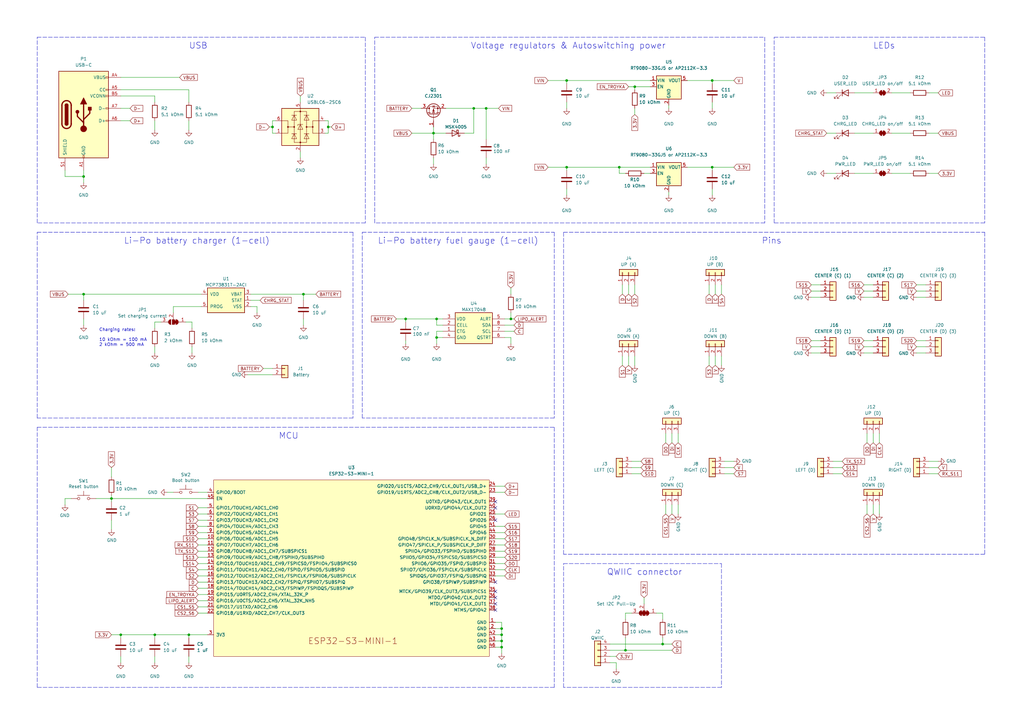
<source format=kicad_sch>
(kicad_sch (version 20211123) (generator eeschema)
  (paper "A3")
  (title_block (title "crabik slot esp32-s3") (date "2023-01-27") (rev "B"))
  (junction (at 179.07 138.43))
  (junction (at 166.37 130.81))
  (junction (at 256.54 266.7))
  (junction (at 292.1 33.02))
  (junction (at 134.62 52.07))
  (junction (at 111.76 52.07))
  (junction (at 34.29 72.39))
  (junction (at 232.41 33.02))
  (junction (at 199.39 44.45))
  (junction (at 205.74 262.89))
  (junction (at 177.8 54.61))
  (junction (at 260.35 35.56))
  (junction (at 179.07 130.81))
  (junction (at 254 68.58))
  (junction (at 205.74 265.43))
  (junction (at 209.55 130.81))
  (junction (at 205.74 257.81))
  (junction (at 232.41 68.58))
  (junction (at 271.78 264.16))
  (junction (at 205.74 260.35))
  (junction (at 292.1 68.58))
  (junction (at 77.47 260.35))
  (junction (at 194.31 44.45))
  (junction (at 45.72 204.47))
  (junction (at 34.29 120.65))
  (junction (at 124.46 120.65))
  (junction (at 63.5 260.35))
  (junction (at 49.53 260.35))
  (no_connect (at 203.2 208.28))
  (no_connect (at 203.2 247.65))
  (no_connect (at 203.2 213.36))
  (no_connect (at 203.2 242.57))
  (no_connect (at 203.2 238.76))
  (no_connect (at 203.2 205.74))
  (no_connect (at 203.2 245.11))
  (no_connect (at 203.2 250.19))
  (wire (pts (xy 82.55 125.73) (xy 71.12 125.73)))
  (wire (pts (xy 273.05 210.82) (xy 273.05 207.01)))
  (wire (pts (xy 205.74 260.35) (xy 205.74 262.89)))
  (wire (pts (xy 295.91 149.86) (xy 295.91 146.05)))
  (wire (pts (xy 350.52 38.1) (xy 358.14 38.1)))
  (wire (pts (xy 194.31 54.61) (xy 194.31 44.45)))
  (wire (pts (xy 205.74 262.89) (xy 205.74 265.43)))
  (wire (pts (xy 81.28 220.98) (xy 85.09 220.98)))
  (polyline (pts (xy 15.24 91.44) (xy 15.24 15.24)))
  (wire (pts (xy 354.33 139.7) (xy 358.14 139.7)))
  (wire (pts (xy 260.35 120.65) (xy 260.35 116.84)))
  (wire (pts (xy 111.76 52.07) (xy 111.76 54.61)))
  (wire (pts (xy 134.62 49.53) (xy 134.62 52.07)))
  (wire (pts (xy 166.37 139.7) (xy 166.37 140.97)))
  (wire (pts (xy 111.76 49.53) (xy 111.76 52.07)))
  (wire (pts (xy 177.8 54.61) (xy 182.88 54.61)))
  (wire (pts (xy 182.88 44.45) (xy 194.31 44.45)))
  (wire (pts (xy 199.39 64.77) (xy 199.39 67.31)))
  (polyline (pts (xy 15.24 175.26) (xy 227.33 175.26)))
  (wire (pts (xy 256.54 266.7) (xy 275.59 266.7)))
  (wire (pts (xy 81.28 215.9) (xy 85.09 215.9)))
  (wire (pts (xy 181.61 135.89) (xy 179.07 135.89)))
  (polyline (pts (xy 317.5 15.24) (xy 403.86 15.24)))
  (wire (pts (xy 354.33 142.24) (xy 358.14 142.24)))
  (wire (pts (xy 81.28 213.36) (xy 85.09 213.36)))
  (wire (pts (xy 81.28 241.3) (xy 85.09 241.3)))
  (wire (pts (xy 375.92 121.92) (xy 379.73 121.92)))
  (wire (pts (xy 332.74 142.24) (xy 336.55 142.24)))
  (wire (pts (xy 350.52 54.61) (xy 358.14 54.61)))
  (wire (pts (xy 384.81 194.31) (xy 381 194.31)))
  (wire (pts (xy 111.76 54.61) (xy 113.03 54.61)))
  (wire (pts (xy 345.44 191.77) (xy 341.63 191.77)))
  (polyline (pts (xy 295.91 281.94) (xy 231.14 281.94)))
  (wire (pts (xy 269.24 251.46) (xy 271.78 251.46)))
  (wire (pts (xy 264.16 245.11) (xy 264.16 247.65)))
  (polyline (pts (xy 227.33 175.26) (xy 227.33 281.94)))
  (wire (pts (xy 203.2 220.98) (xy 207.01 220.98)))
  (wire (pts (xy 332.74 119.38) (xy 336.55 119.38)))
  (wire (pts (xy 365.76 54.61) (xy 373.38 54.61)))
  (wire (pts (xy 293.37 120.65) (xy 293.37 116.84)))
  (wire (pts (xy 355.6 210.82) (xy 355.6 207.01)))
  (wire (pts (xy 63.5 49.53) (xy 63.5 53.34)))
  (wire (pts (xy 203.2 223.52) (xy 207.01 223.52)))
  (wire (pts (xy 358.14 210.82) (xy 358.14 207.01)))
  (polyline (pts (xy 313.69 15.24) (xy 313.69 91.44)))
  (wire (pts (xy 162.56 130.81) (xy 166.37 130.81)))
  (wire (pts (xy 123.19 39.37) (xy 123.19 41.91)))
  (wire (pts (xy 81.28 210.82) (xy 85.09 210.82)))
  (wire (pts (xy 34.29 69.85) (xy 34.29 72.39)))
  (wire (pts (xy 262.89 194.31) (xy 259.08 194.31)))
  (wire (pts (xy 209.55 138.43) (xy 209.55 140.97)))
  (wire (pts (xy 381 54.61) (xy 384.81 54.61)))
  (wire (pts (xy 271.78 251.46) (xy 271.78 254)))
  (wire (pts (xy 71.12 201.93) (xy 68.58 201.93)))
  (wire (pts (xy 203.2 228.6) (xy 207.01 228.6)))
  (wire (pts (xy 203.2 262.89) (xy 205.74 262.89)))
  (wire (pts (xy 250.19 264.16) (xy 271.78 264.16)))
  (wire (pts (xy 232.41 33.02) (xy 232.41 34.29)))
  (wire (pts (xy 81.28 243.84) (xy 85.09 243.84)))
  (wire (pts (xy 81.28 208.28) (xy 85.09 208.28)))
  (wire (pts (xy 29.21 204.47) (xy 26.67 204.47)))
  (wire (pts (xy 134.62 52.07) (xy 134.62 54.61)))
  (wire (pts (xy 203.2 257.81) (xy 205.74 257.81)))
  (wire (pts (xy 177.8 64.77) (xy 177.8 67.31)))
  (wire (pts (xy 203.2 199.39) (xy 207.01 199.39)))
  (wire (pts (xy 166.37 130.81) (xy 179.07 130.81)))
  (wire (pts (xy 124.46 120.65) (xy 124.46 123.19)))
  (wire (pts (xy 375.92 144.78) (xy 379.73 144.78)))
  (wire (pts (xy 205.74 255.27) (xy 205.74 257.81)))
  (wire (pts (xy 77.47 36.83) (xy 77.47 41.91)))
  (wire (pts (xy 45.72 205.74) (xy 45.72 204.47)))
  (wire (pts (xy 232.41 77.47) (xy 232.41 80.01)))
  (wire (pts (xy 168.91 44.45) (xy 172.72 44.45)))
  (wire (pts (xy 271.78 264.16) (xy 275.59 264.16)))
  (wire (pts (xy 177.8 54.61) (xy 177.8 57.15)))
  (wire (pts (xy 257.81 35.56) (xy 260.35 35.56)))
  (wire (pts (xy 252.73 271.78) (xy 252.73 274.32)))
  (wire (pts (xy 375.92 119.38) (xy 379.73 119.38)))
  (polyline (pts (xy 157.48 95.25) (xy 227.33 95.25)))
  (wire (pts (xy 354.33 119.38) (xy 358.14 119.38)))
  (wire (pts (xy 181.61 133.35) (xy 179.07 133.35)))
  (polyline (pts (xy 153.67 15.24) (xy 313.69 15.24)))
  (wire (pts (xy 260.35 35.56) (xy 266.7 35.56)))
  (wire (pts (xy 101.6 153.67) (xy 111.76 153.67)))
  (polyline (pts (xy 403.86 227.33) (xy 231.14 227.33)))
  (wire (pts (xy 81.28 236.22) (xy 85.09 236.22)))
  (wire (pts (xy 360.68 181.61) (xy 360.68 177.8)))
  (wire (pts (xy 81.28 228.6) (xy 85.09 228.6)))
  (wire (pts (xy 81.28 251.46) (xy 85.09 251.46)))
  (wire (pts (xy 107.95 151.13) (xy 111.76 151.13)))
  (wire (pts (xy 102.87 123.19) (xy 106.68 123.19)))
  (wire (pts (xy 300.99 191.77) (xy 297.18 191.77)))
  (polyline (pts (xy 313.69 91.44) (xy 153.67 91.44)))
  (wire (pts (xy 355.6 181.61) (xy 355.6 177.8)))
  (wire (pts (xy 177.8 54.61) (xy 177.8 52.07)))
  (wire (pts (xy 63.5 260.35) (xy 63.5 261.62)))
  (wire (pts (xy 203.2 218.44) (xy 207.01 218.44)))
  (wire (pts (xy 45.72 204.47) (xy 85.09 204.47)))
  (wire (pts (xy 384.81 191.77) (xy 381 191.77)))
  (wire (pts (xy 345.44 189.23) (xy 341.63 189.23)))
  (wire (pts (xy 232.41 68.58) (xy 232.41 69.85)))
  (wire (pts (xy 133.35 49.53) (xy 134.62 49.53)))
  (wire (pts (xy 354.33 121.92) (xy 358.14 121.92)))
  (wire (pts (xy 49.53 31.75) (xy 73.66 31.75)))
  (wire (pts (xy 250.19 266.7) (xy 256.54 266.7)))
  (wire (pts (xy 81.28 223.52) (xy 85.09 223.52)))
  (wire (pts (xy 45.72 260.35) (xy 49.53 260.35)))
  (wire (pts (xy 45.72 204.47) (xy 45.72 203.2)))
  (wire (pts (xy 292.1 41.91) (xy 292.1 44.45)))
  (wire (pts (xy 232.41 41.91) (xy 232.41 44.45)))
  (wire (pts (xy 134.62 52.07) (xy 135.89 52.07)))
  (wire (pts (xy 332.74 144.78) (xy 336.55 144.78)))
  (wire (pts (xy 232.41 68.58) (xy 254 68.58)))
  (wire (pts (xy 102.87 120.65) (xy 124.46 120.65)))
  (wire (pts (xy 77.47 260.35) (xy 77.47 261.62)))
  (wire (pts (xy 255.27 120.65) (xy 255.27 116.84)))
  (wire (pts (xy 71.12 125.73) (xy 71.12 128.27)))
  (wire (pts (xy 203.2 265.43) (xy 205.74 265.43)))
  (polyline (pts (xy 149.86 15.24) (xy 149.86 91.44)))
  (wire (pts (xy 255.27 149.86) (xy 255.27 146.05)))
  (wire (pts (xy 81.28 238.76) (xy 85.09 238.76)))
  (wire (pts (xy 77.47 49.53) (xy 77.47 53.34)))
  (wire (pts (xy 271.78 261.62) (xy 271.78 264.16)))
  (wire (pts (xy 179.07 133.35) (xy 179.07 130.81)))
  (wire (pts (xy 34.29 120.65) (xy 82.55 120.65)))
  (wire (pts (xy 360.68 210.82) (xy 360.68 207.01)))
  (wire (pts (xy 77.47 260.35) (xy 85.09 260.35)))
  (wire (pts (xy 278.13 210.82) (xy 278.13 207.01)))
  (wire (pts (xy 203.2 210.82) (xy 207.01 210.82)))
  (wire (pts (xy 209.55 130.81) (xy 210.82 130.81)))
  (wire (pts (xy 63.5 142.24) (xy 63.5 144.78)))
  (wire (pts (xy 78.74 134.62) (xy 78.74 132.08)))
  (wire (pts (xy 134.62 54.61) (xy 133.35 54.61)))
  (wire (pts (xy 166.37 130.81) (xy 166.37 132.08)))
  (wire (pts (xy 209.55 118.11) (xy 209.55 120.65)))
  (wire (pts (xy 292.1 69.85) (xy 292.1 68.58)))
  (polyline (pts (xy 49.53 95.25) (xy 144.78 95.25)))
  (wire (pts (xy 81.28 201.93) (xy 85.09 201.93)))
  (wire (pts (xy 354.33 144.78) (xy 358.14 144.78)))
  (wire (pts (xy 81.28 248.92) (xy 85.09 248.92)))
  (wire (pts (xy 203.2 255.27) (xy 205.74 255.27)))
  (wire (pts (xy 254 68.58) (xy 254 71.12)))
  (wire (pts (xy 34.29 120.65) (xy 34.29 123.19)))
  (wire (pts (xy 375.92 139.7) (xy 379.73 139.7)))
  (wire (pts (xy 332.74 121.92) (xy 336.55 121.92)))
  (wire (pts (xy 339.09 38.1) (xy 342.9 38.1)))
  (polyline (pts (xy 403.86 91.44) (xy 317.5 91.44)))
  (polyline (pts (xy 15.24 15.24) (xy 149.86 15.24)))
  (wire (pts (xy 274.32 78.74) (xy 274.32 80.01)))
  (wire (pts (xy 250.19 271.78) (xy 252.73 271.78)))
  (wire (pts (xy 102.87 125.73) (xy 105.41 125.73)))
  (wire (pts (xy 292.1 33.02) (xy 300.99 33.02)))
  (wire (pts (xy 207.01 133.35) (xy 210.82 133.35)))
  (wire (pts (xy 275.59 210.82) (xy 275.59 207.01)))
  (wire (pts (xy 207.01 135.89) (xy 210.82 135.89)))
  (wire (pts (xy 77.47 269.24) (xy 77.47 271.78)))
  (wire (pts (xy 354.33 116.84) (xy 358.14 116.84)))
  (wire (pts (xy 339.09 71.12) (xy 342.9 71.12)))
  (wire (pts (xy 292.1 34.29) (xy 292.1 33.02)))
  (wire (pts (xy 26.67 72.39) (xy 34.29 72.39)))
  (polyline (pts (xy 231.14 231.14) (xy 295.91 231.14)))
  (wire (pts (xy 207.01 130.81) (xy 209.55 130.81)))
  (wire (pts (xy 179.07 135.89) (xy 179.07 138.43)))
  (wire (pts (xy 49.53 36.83) (xy 77.47 36.83)))
  (wire (pts (xy 113.03 49.53) (xy 111.76 49.53)))
  (wire (pts (xy 207.01 138.43) (xy 209.55 138.43)))
  (wire (pts (xy 124.46 130.81) (xy 124.46 133.35)))
  (wire (pts (xy 45.72 191.77) (xy 45.72 195.58)))
  (wire (pts (xy 63.5 134.62) (xy 63.5 132.08)))
  (polyline (pts (xy 149.86 91.44) (xy 15.24 91.44)))
  (wire (pts (xy 78.74 132.08) (xy 76.2 132.08)))
  (wire (pts (xy 281.94 33.02) (xy 292.1 33.02)))
  (wire (pts (xy 26.67 204.47) (xy 26.67 207.01)))
  (wire (pts (xy 168.91 54.61) (xy 177.8 54.61)))
  (wire (pts (xy 194.31 44.45) (xy 199.39 44.45)))
  (wire (pts (xy 358.14 181.61) (xy 358.14 177.8)))
  (polyline (pts (xy 227.33 95.25) (xy 227.33 171.45)))
  (wire (pts (xy 49.53 260.35) (xy 63.5 260.35)))
  (wire (pts (xy 49.53 39.37) (xy 63.5 39.37)))
  (wire (pts (xy 275.59 181.61) (xy 275.59 177.8)))
  (polyline (pts (xy 403.86 95.25) (xy 403.86 227.33)))
  (wire (pts (xy 292.1 68.58) (xy 300.99 68.58)))
  (wire (pts (xy 262.89 189.23) (xy 259.08 189.23)))
  (wire (pts (xy 81.28 231.14) (xy 85.09 231.14)))
  (wire (pts (xy 295.91 120.65) (xy 295.91 116.84)))
  (wire (pts (xy 300.99 189.23) (xy 297.18 189.23)))
  (polyline (pts (xy 15.24 171.45) (xy 15.24 95.25)))
  (wire (pts (xy 81.28 218.44) (xy 85.09 218.44)))
  (wire (pts (xy 26.67 69.85) (xy 26.67 72.39)))
  (wire (pts (xy 203.2 236.22) (xy 207.01 236.22)))
  (wire (pts (xy 34.29 72.39) (xy 34.29 74.93)))
  (wire (pts (xy 203.2 231.14) (xy 207.01 231.14)))
  (wire (pts (xy 63.5 269.24) (xy 63.5 271.78)))
  (wire (pts (xy 350.52 71.12) (xy 358.14 71.12)))
  (wire (pts (xy 250.19 269.24) (xy 252.73 269.24)))
  (wire (pts (xy 63.5 260.35) (xy 77.47 260.35)))
  (wire (pts (xy 375.92 116.84) (xy 379.73 116.84)))
  (wire (pts (xy 300.99 194.31) (xy 297.18 194.31)))
  (wire (pts (xy 293.37 149.86) (xy 293.37 146.05)))
  (wire (pts (xy 260.35 149.86) (xy 260.35 146.05)))
  (wire (pts (xy 34.29 130.81) (xy 34.29 133.35)))
  (wire (pts (xy 81.28 233.68) (xy 85.09 233.68)))
  (wire (pts (xy 203.2 201.93) (xy 207.01 201.93)))
  (wire (pts (xy 81.28 226.06) (xy 85.09 226.06)))
  (wire (pts (xy 257.81 149.86) (xy 257.81 146.05)))
  (polyline (pts (xy 15.24 281.94) (xy 15.24 175.26)))
  (wire (pts (xy 365.76 38.1) (xy 373.38 38.1)))
  (wire (pts (xy 203.2 260.35) (xy 205.74 260.35)))
  (wire (pts (xy 203.2 233.68) (xy 207.01 233.68)))
  (wire (pts (xy 273.05 181.61) (xy 273.05 177.8)))
  (wire (pts (xy 81.28 246.38) (xy 85.09 246.38)))
  (polyline (pts (xy 295.91 231.14) (xy 295.91 281.94)))
  (wire (pts (xy 365.76 71.12) (xy 373.38 71.12)))
  (wire (pts (xy 290.83 149.86) (xy 290.83 146.05)))
  (wire (pts (xy 39.37 204.47) (xy 45.72 204.47)))
  (wire (pts (xy 278.13 181.61) (xy 278.13 177.8)))
  (wire (pts (xy 63.5 39.37) (xy 63.5 41.91)))
  (wire (pts (xy 256.54 71.12) (xy 254 71.12)))
  (wire (pts (xy 281.94 68.58) (xy 292.1 68.58)))
  (wire (pts (xy 49.53 49.53) (xy 53.34 49.53)))
  (wire (pts (xy 199.39 44.45) (xy 204.47 44.45)))
  (wire (pts (xy 345.44 194.31) (xy 341.63 194.31)))
  (polyline (pts (xy 148.59 171.45) (xy 148.59 95.25)))
  (polyline (pts (xy 231.14 227.33) (xy 231.14 95.25)))
  (wire (pts (xy 179.07 138.43) (xy 181.61 138.43)))
  (wire (pts (xy 124.46 120.65) (xy 129.54 120.65)))
  (wire (pts (xy 260.35 44.45) (xy 260.35 46.99)))
  (polyline (pts (xy 403.86 15.24) (xy 403.86 91.44)))
  (wire (pts (xy 49.53 260.35) (xy 49.53 261.62)))
  (wire (pts (xy 63.5 132.08) (xy 66.04 132.08)))
  (wire (pts (xy 203.2 226.06) (xy 207.01 226.06)))
  (wire (pts (xy 27.94 120.65) (xy 34.29 120.65)))
  (polyline (pts (xy 231.14 281.94) (xy 231.14 231.14)))
  (polyline (pts (xy 231.14 95.25) (xy 403.86 95.25)))
  (polyline (pts (xy 144.78 171.45) (xy 15.24 171.45)))
  (polyline (pts (xy 15.24 95.25) (xy 49.53 95.25)))
  (wire (pts (xy 256.54 251.46) (xy 256.54 254)))
  (wire (pts (xy 49.53 269.24) (xy 49.53 271.78)))
  (polyline (pts (xy 317.5 91.44) (xy 317.5 15.24)))
  (polyline (pts (xy 153.67 91.44) (xy 153.67 15.24)))
  (wire (pts (xy 123.19 62.23) (xy 123.19 64.77)))
  (wire (pts (xy 339.09 54.61) (xy 342.9 54.61)))
  (polyline (pts (xy 227.33 171.45) (xy 148.59 171.45)))
  (wire (pts (xy 179.07 138.43) (xy 179.07 140.97)))
  (wire (pts (xy 381 38.1) (xy 384.81 38.1)))
  (wire (pts (xy 224.79 68.58) (xy 232.41 68.58)))
  (wire (pts (xy 205.74 257.81) (xy 205.74 260.35)))
  (wire (pts (xy 110.49 52.07) (xy 111.76 52.07)))
  (wire (pts (xy 209.55 130.81) (xy 209.55 128.27)))
  (wire (pts (xy 260.35 35.56) (xy 260.35 36.83)))
  (wire (pts (xy 262.89 191.77) (xy 259.08 191.77)))
  (wire (pts (xy 375.92 142.24) (xy 379.73 142.24)))
  (wire (pts (xy 274.32 43.18) (xy 274.32 44.45)))
  (wire (pts (xy 259.08 251.46) (xy 256.54 251.46)))
  (wire (pts (xy 232.41 33.02) (xy 266.7 33.02)))
  (wire (pts (xy 45.72 217.17) (xy 45.72 213.36)))
  (polyline (pts (xy 144.78 95.25) (xy 144.78 171.45)))
  (wire (pts (xy 190.5 54.61) (xy 194.31 54.61)))
  (wire (pts (xy 292.1 77.47) (xy 292.1 80.01)))
  (wire (pts (xy 332.74 116.84) (xy 336.55 116.84)))
  (wire (pts (xy 224.79 33.02) (xy 232.41 33.02)))
  (wire (pts (xy 381 71.12) (xy 384.81 71.12)))
  (wire (pts (xy 264.16 71.12) (xy 266.7 71.12)))
  (wire (pts (xy 199.39 57.15) (xy 199.39 44.45)))
  (wire (pts (xy 78.74 142.24) (xy 78.74 144.78)))
  (wire (pts (xy 205.74 265.43) (xy 205.74 267.97)))
  (wire (pts (xy 257.81 120.65) (xy 257.81 116.84)))
  (wire (pts (xy 290.83 120.65) (xy 290.83 116.84)))
  (wire (pts (xy 203.2 215.9) (xy 207.01 215.9)))
  (wire (pts (xy 384.81 189.23) (xy 381 189.23)))
  (polyline (pts (xy 148.59 95.25) (xy 157.48 95.25)))
  (wire (pts (xy 254 68.58) (xy 266.7 68.58)))
  (wire (pts (xy 105.41 125.73) (xy 105.41 128.27)))
  (polyline (pts (xy 227.33 281.94) (xy 15.24 281.94)))
  (wire (pts (xy 332.74 139.7) (xy 336.55 139.7)))
  (wire (pts (xy 256.54 261.62) (xy 256.54 266.7)))
  (wire (pts (xy 49.53 44.45) (xy 53.34 44.45)))
  (wire (pts (xy 179.07 130.81) (xy 181.61 130.81)))
  (text "LEDs" (at 358.14 20.32 0) (effects (font (size 2.5 2.5)) (justify left bottom)))
  (text "Pins" (at 312.42 100.33 0) (effects (font (size 2.5 2.5)) (justify left bottom)))
  (text "QWIIC connector" (at 248.92 236.22 0) (effects (font (size 2.5 2.5)) (justify left bottom)))
  (text "Charging rates:\n\n10 kOhm = 100 mA\n2 kOhm = 500 mA" (at 40.64 142.24 0) (effects (font (size 1.27 1.27)) (justify left bottom)))
  (text "Li-Po battery fuel gauge (1-cell)" (at 154.94 100.33 0) (effects (font (size 2.5 2.5)) (justify left bottom)))
  (text "USB" (at 77.47 20.32 0) (effects (font (size 2.5 2.5)) (justify left bottom)))
  (text "Voltage regulators & Autoswitching power\n" (at 193.04 20.32 0) (effects (font (size 2.5 2.5)) (justify left bottom)))
  (text "MCU" (at 114.3 180.34 0) (effects (font (size 2.5 2.5)) (justify left bottom)))
  (text "Li-Po battery charger (1-cell)" (at 50.8 100.33 0) (effects (font (size 2.5 2.5)) (justify left bottom)))
  (global_label "V" (shape input) (at 332.74 142.24 180) (property "Обозначения листов" "${INTERSHEET_REFS}" (effects hide)))
  (global_label "S1" (shape input) (at 255.27 149.86 270) (property "Обозначения листов" "${INTERSHEET_REFS}" (effects hide)))
  (global_label "S17" (shape input) (at 375.92 116.84 180) (property "Обозначения листов" "${INTERSHEET_REFS}" (effects hide)))
  (global_label "S2" (shape input) (at 81.28 236.22 180) (property "Обозначения листов" "${INTERSHEET_REFS}" (effects hide)))
  (global_label "RX_S11" (shape input) (at 384.81 194.31 0) (property "Обозначения листов" "${INTERSHEET_REFS}" (effects hide)))
  (global_label "3.3V" (shape input) (at 45.72 260.35 180) (property "Обозначения листов" "${INTERSHEET_REFS}" (effects hide)))
  (global_label "S2" (shape input) (at 260.35 120.65 270) (property "Обозначения листов" "${INTERSHEET_REFS}" (effects hide)))
  (global_label "S20" (shape input) (at 375.92 139.7 180) (property "Обозначения листов" "${INTERSHEET_REFS}" (effects hide)))
  (global_label "CS2_S6" (shape input) (at 355.6 210.82 270) (property "Обозначения листов" "${INTERSHEET_REFS}" (effects hide)))
  (global_label "D-" (shape input) (at 110.49 52.07 180) (property "Обозначения листов" "${INTERSHEET_REFS}" (effects hide)))
  (global_label "S18" (shape input) (at 207.01 223.52 0) (property "Обозначения листов" "${INTERSHEET_REFS}" (effects hide)))
  (global_label "S16" (shape input) (at 354.33 116.84 180) (property "Обозначения листов" "${INTERSHEET_REFS}" (effects hide)))
  (global_label "LIPO_ALERT" (shape input) (at 81.28 246.38 180) (property "Обозначения листов" "${INTERSHEET_REFS}" (effects hide)))
  (global_label "S8" (shape input) (at 262.89 189.23 0) (property "Обозначения листов" "${INTERSHEET_REFS}" (effects hide)))
  (global_label "S10" (shape input) (at 81.28 220.98 180) (property "Обозначения листов" "${INTERSHEET_REFS}" (effects hide)))
  (global_label "S15" (shape input) (at 207.01 215.9 0) (property "Обозначения листов" "${INTERSHEET_REFS}" (effects hide)))
  (global_label "BATTERY" (shape input) (at 168.91 44.45 180) (property "Обозначения листов" "${INTERSHEET_REFS}" (effects hide)))
  (global_label "VBUS" (shape input) (at 73.66 31.75 0) (property "Обозначения листов" "${INTERSHEET_REFS}" (effects hide)))
  (global_label "S3" (shape input) (at 290.83 149.86 270) (property "Обозначения листов" "${INTERSHEET_REFS}" (effects hide)))
  (global_label "V" (shape input) (at 354.33 119.38 180) (property "Обозначения листов" "${INTERSHEET_REFS}" (effects hide)))
  (global_label "S19" (shape input) (at 207.01 226.06 0) (property "Обозначения листов" "${INTERSHEET_REFS}" (effects hide)))
  (global_label "TX_S12" (shape input) (at 81.28 226.06 180) (property "Обозначения листов" "${INTERSHEET_REFS}" (effects hide)))
  (global_label "C" (shape input) (at 210.82 135.89 0) (property "Обозначения листов" "${INTERSHEET_REFS}" (effects hide)))
  (global_label "LED" (shape input) (at 384.81 38.1 0) (property "Обозначения листов" "${INTERSHEET_REFS}" (effects hide)))
  (global_label "CS1_S5" (shape input) (at 273.05 210.82 270) (property "Обозначения листов" "${INTERSHEET_REFS}" (effects hide)))
  (global_label "D+" (shape input) (at 207.01 199.39 0) (property "Обозначения листов" "${INTERSHEET_REFS}" (effects hide)))
  (global_label "3.3V" (shape input) (at 252.73 269.24 0) (property "Обозначения листов" "${INTERSHEET_REFS}" (effects hide)))
  (global_label "D+" (shape input) (at 53.34 49.53 0) (property "Обозначения листов" "${INTERSHEET_REFS}" (effects hide)))
  (global_label "VBUS" (shape input) (at 384.81 54.61 0) (property "Обозначения листов" "${INTERSHEET_REFS}" (effects hide)))
  (global_label "S13" (shape input) (at 81.28 228.6 180) (property "Обозначения листов" "${INTERSHEET_REFS}" (effects hide)))
  (global_label "VBUS" (shape input) (at 27.94 120.65 180) (property "Обозначения листов" "${INTERSHEET_REFS}" (effects hide)))
  (global_label "BATTERY" (shape input) (at 162.56 130.81 180) (property "Обозначения листов" "${INTERSHEET_REFS}" (effects hide)))
  (global_label "S4" (shape input) (at 295.91 120.65 270) (property "Обозначения листов" "${INTERSHEET_REFS}" (effects hide)))
  (global_label "S13" (shape input) (at 345.44 191.77 0) (property "Обозначения листов" "${INTERSHEET_REFS}" (effects hide)))
  (global_label "DO" (shape input) (at 273.05 181.61 270) (property "Обозначения листов" "${INTERSHEET_REFS}" (effects hide)))
  (global_label "S14" (shape input) (at 81.28 231.14 180) (property "Обозначения листов" "${INTERSHEET_REFS}" (effects hide)))
  (global_label "S10" (shape input) (at 262.89 194.31 0) (property "Обозначения листов" "${INTERSHEET_REFS}" (effects hide)))
  (global_label "V" (shape input) (at 375.92 119.38 180) (property "Обозначения листов" "${INTERSHEET_REFS}" (effects hide)))
  (global_label "CLK" (shape input) (at 207.01 233.68 0) (property "Обозначения листов" "${INTERSHEET_REFS}" (effects hide)))
  (global_label "V" (shape input) (at 300.99 33.02 0) (property "Обозначения листов" "${INTERSHEET_REFS}" (effects hide)))
  (global_label "V" (shape input) (at 293.37 149.86 270) (property "Обозначения листов" "${INTERSHEET_REFS}" (effects hide)))
  (global_label "D" (shape input) (at 290.83 120.65 270) (property "Обозначения листов" "${INTERSHEET_REFS}" (effects hide)))
  (global_label "VIN" (shape input) (at 204.47 44.45 0) (property "Обозначения листов" "${INTERSHEET_REFS}" (effects hide)))
  (global_label "3.3V" (shape input) (at 260.35 46.99 270) (property "Обозначения листов" "${INTERSHEET_REFS}" (effects hide)))
  (global_label "DO" (shape input) (at 355.6 181.61 270) (property "Обозначения листов" "${INTERSHEET_REFS}" (effects hide)))
  (global_label "V" (shape input) (at 275.59 210.82 270) (property "Обозначения листов" "${INTERSHEET_REFS}" (effects hide)))
  (global_label "RX_S11" (shape input) (at 81.28 223.52 180) (property "Обозначения листов" "${INTERSHEET_REFS}" (effects hide)))
  (global_label "S16" (shape input) (at 207.01 218.44 0) (property "Обозначения листов" "${INTERSHEET_REFS}" (effects hide)))
  (global_label "V" (shape input) (at 257.81 149.86 270) (property "Обозначения листов" "${INTERSHEET_REFS}" (effects hide)))
  (global_label "EN_TROYKA" (shape input) (at 257.81 35.56 180) (property "Обозначения листов" "${INTERSHEET_REFS}" (effects hide)))
  (global_label "3.3V" (shape input) (at 384.81 71.12 0) (property "Обозначения листов" "${INTERSHEET_REFS}" (effects hide)))
  (global_label "CHRG_STAT" (shape input) (at 339.09 54.61 180) (property "Обозначения листов" "${INTERSHEET_REFS}" (effects hide)))
  (global_label "D" (shape input) (at 255.27 120.65 270) (property "Обозначения листов" "${INTERSHEET_REFS}" (effects hide)))
  (global_label "3.3V" (shape input) (at 300.99 68.58 0) (property "Обозначения листов" "${INTERSHEET_REFS}" (effects hide)))
  (global_label "S1" (shape input) (at 81.28 208.28 180) (property "Обозначения листов" "${INTERSHEET_REFS}" (effects hide)))
  (global_label "CLK" (shape input) (at 360.68 181.61 270) (property "Обозначения листов" "${INTERSHEET_REFS}" (effects hide)))
  (global_label "VIN" (shape input) (at 224.79 33.02 180) (property "Обозначения листов" "${INTERSHEET_REFS}" (effects hide)))
  (global_label "BATTERY" (shape input) (at 107.95 151.13 180) (property "Обозначения листов" "${INTERSHEET_REFS}" (effects hide)))
  (global_label "3.3V" (shape input) (at 264.16 245.11 90) (property "Обозначения листов" "${INTERSHEET_REFS}" (effects hide)))
  (global_label "S18" (shape input) (at 332.74 139.7 180) (property "Обозначения листов" "${INTERSHEET_REFS}" (effects hide)))
  (global_label "V" (shape input) (at 384.81 191.77 0) (property "Обозначения листов" "${INTERSHEET_REFS}" (effects hide)))
  (global_label "CLK" (shape input) (at 278.13 181.61 270) (property "Обозначения листов" "${INTERSHEET_REFS}" (effects hide)))
  (global_label "TX_S12" (shape input) (at 345.44 189.23 0) (property "Обозначения листов" "${INTERSHEET_REFS}" (effects hide)))
  (global_label "S9" (shape input) (at 262.89 191.77 0) (property "Обозначения листов" "${INTERSHEET_REFS}" (effects hide)))
  (global_label "DO" (shape input) (at 207.01 231.14 0) (property "Обозначения листов" "${INTERSHEET_REFS}" (effects hide)))
  (global_label "DI" (shape input) (at 358.14 181.61 270) (property "Обозначения листов" "${INTERSHEET_REFS}" (effects hide)))
  (global_label "LIPO_ALERT" (shape input) (at 210.82 130.81 0) (property "Обозначения листов" "${INTERSHEET_REFS}" (effects hide)))
  (global_label "C" (shape input) (at 81.28 241.3 180) (property "Обозначения листов" "${INTERSHEET_REFS}" (effects hide)))
  (global_label "VBUS" (shape input) (at 168.91 54.61 180) (property "Обозначения листов" "${INTERSHEET_REFS}" (effects hide)))
  (global_label "S9" (shape input) (at 81.28 218.44 180) (property "Обозначения листов" "${INTERSHEET_REFS}" (effects hide)))
  (global_label "D-" (shape input) (at 207.01 201.93 0) (property "Обозначения листов" "${INTERSHEET_REFS}" (effects hide)))
  (global_label "EN_TROYKA" (shape input) (at 81.28 243.84 180) (property "Обозначения листов" "${INTERSHEET_REFS}" (effects hide)))
  (global_label "S14" (shape input) (at 345.44 194.31 0) (property "Обозначения листов" "${INTERSHEET_REFS}" (effects hide)))
  (global_label "VIN" (shape input) (at 224.79 68.58 180) (property "Обозначения листов" "${INTERSHEET_REFS}" (effects hide)))
  (global_label "CS2_S6" (shape input) (at 81.28 251.46 180) (property "Обозначения листов" "${INTERSHEET_REFS}" (effects hide)))
  (global_label "S3" (shape input) (at 81.28 210.82 180) (property "Обозначения листов" "${INTERSHEET_REFS}" (effects hide)))
  (global_label "V" (shape input) (at 354.33 142.24 180) (property "Обозначения листов" "${INTERSHEET_REFS}" (effects hide)))
  (global_label "S19" (shape input) (at 354.33 139.7 180) (property "Обозначения листов" "${INTERSHEET_REFS}" (effects hide)))
  (global_label "C" (shape input) (at 293.37 120.65 270) (property "Обозначения листов" "${INTERSHEET_REFS}" (effects hide)))
  (global_label "S8" (shape input) (at 81.28 215.9 180) (property "Обозначения листов" "${INTERSHEET_REFS}" (effects hide)))
  (global_label "C" (shape input) (at 275.59 264.16 0) (property "Обозначения листов" "${INTERSHEET_REFS}" (effects hide)))
  (global_label "S7" (shape input) (at 300.99 194.31 0) (property "Обозначения листов" "${INTERSHEET_REFS}" (effects hide)))
  (global_label "D+" (shape input) (at 135.89 52.07 0) (property "Обозначения листов" "${INTERSHEET_REFS}" (effects hide)))
  (global_label "V" (shape input) (at 375.92 142.24 180) (property "Обозначения листов" "${INTERSHEET_REFS}" (effects hide)))
  (global_label "D-" (shape input) (at 53.34 44.45 0) (property "Обозначения листов" "${INTERSHEET_REFS}" (effects hide)))
  (global_label "D" (shape input) (at 81.28 238.76 180) (property "Обозначения листов" "${INTERSHEET_REFS}" (effects hide)))
  (global_label "S17" (shape input) (at 207.01 220.98 0) (property "Обозначения листов" "${INTERSHEET_REFS}" (effects hide)))
  (global_label "S4" (shape input) (at 81.28 233.68 180) (property "Обозначения листов" "${INTERSHEET_REFS}" (effects hide)))
  (global_label "DI" (shape input) (at 207.01 236.22 0) (property "Обозначения листов" "${INTERSHEET_REFS}" (effects hide)))
  (global_label "BATTERY" (shape input) (at 129.54 120.65 0) (property "Обозначения листов" "${INTERSHEET_REFS}" (effects hide)))
  (global_label "S7" (shape input) (at 81.28 213.36 180) (property "Обозначения листов" "${INTERSHEET_REFS}" (effects hide)))
  (global_label "LED" (shape input) (at 207.01 210.82 0) (property "Обозначения листов" "${INTERSHEET_REFS}" (effects hide)))
  (global_label "D" (shape input) (at 275.59 266.7 0) (property "Обозначения листов" "${INTERSHEET_REFS}" (effects hide)))
  (global_label "V" (shape input) (at 358.14 210.82 270) (property "Обозначения листов" "${INTERSHEET_REFS}" (effects hide)))
  (global_label "DI" (shape input) (at 275.59 181.61 270) (property "Обозначения листов" "${INTERSHEET_REFS}" (effects hide)))
  (global_label "S15" (shape input) (at 332.74 116.84 180) (property "Обозначения листов" "${INTERSHEET_REFS}" (effects hide)))
  (global_label "VBUS" (shape input) (at 123.19 39.37 90) (property "Обозначения листов" "${INTERSHEET_REFS}" (effects hide)))
  (global_label "V" (shape input) (at 300.99 191.77 0) (property "Обозначения листов" "${INTERSHEET_REFS}" (effects hide)))
  (global_label "V" (shape input) (at 332.74 119.38 180) (property "Обозначения листов" "${INTERSHEET_REFS}" (effects hide)))
  (global_label "3.3V" (shape input) (at 209.55 118.11 90) (property "Обозначения листов" "${INTERSHEET_REFS}" (effects hide)))
  (global_label "3.3V" (shape input) (at 45.72 191.77 90) (property "Обозначения листов" "${INTERSHEET_REFS}" (effects hide)))
  (global_label "D" (shape input) (at 210.82 133.35 0) (property "Обозначения листов" "${INTERSHEET_REFS}" (effects hide)))
  (global_label "CS1_S5" (shape input) (at 81.28 248.92 180) (property "Обозначения листов" "${INTERSHEET_REFS}" (effects hide)))
  (global_label "C" (shape input) (at 257.81 120.65 270) (property "Обозначения листов" "${INTERSHEET_REFS}" (effects hide)))
  (global_label "S20" (shape input) (at 207.01 228.6 0) (property "Обозначения листов" "${INTERSHEET_REFS}" (effects hide)))
  (global_label "CHRG_STAT" (shape input) (at 106.68 123.19 0) (property "Обозначения листов" "${INTERSHEET_REFS}" (effects hide)))
  (symbol (lib_id "Connector_Generic:Conn_01x03") (at 257.81 111.76 90) (unit 1)
    (property "Reference" "J4" (at 259.08 105.918 90) (effects (justify left)))
    (property "Value" "UP (A)" (at 261.112 108.4834 90) (effects (justify left)))
    (property "Footprint" "Connector_PinSocket_2.54mm:PinSocket_1x03_P2.54mm_Vertical" (effects hide))
    (property "LCSC Part #" "C225500" (effects hide))
    (property "Footprint" "Connector_PinSocket_2.54mm:PinSocket_1x03_P2.54mm_Vertical" (effects hide))
    (property "Reference" "J4" (effects hide))
    (property "Value" "UP (A)" (effects hide))
  )
  (symbol (lib_id "Connector_Generic:Conn_01x03") (at 257.81 140.97 90) (unit 1)
    (property "Reference" "J5" (at 259.08 135.382 90) (effects (justify left)))
    (property "Value" "DOWN (A)" (at 262.382 137.922 90) (effects (justify left)))
    (property "Footprint" "Connector_PinSocket_2.54mm:PinSocket_1x03_P2.54mm_Vertical" (effects hide))
    (property "LCSC Part #" "C225500" (effects hide))
    (property "Footprint" "Connector_PinSocket_2.54mm:PinSocket_1x03_P2.54mm_Vertical" (effects hide))
    (property "Reference" "J5" (effects hide))
    (property "Value" "DOWN (A)" (effects hide))
  )
  (symbol (lib_id "Connector_Generic:Conn_01x03") (at 293.37 111.76 90) (unit 1)
    (property "Reference" "J10" (at 294.386 105.918 90) (effects (justify left)))
    (property "Value" "UP (B)" (at 296.672 108.458 90) (effects (justify left)))
    (property "Footprint" "Connector_PinSocket_2.54mm:PinSocket_1x03_P2.54mm_Vertical" (effects hide))
    (property "LCSC Part #" "C225500" (effects hide))
    (property "Footprint" "Connector_PinSocket_2.54mm:PinSocket_1x03_P2.54mm_Vertical" (effects hide))
    (property "Reference" "J10" (effects hide))
    (property "Value" "UP (B)" (effects hide))
  )
  (symbol (lib_id "Connector_Generic:Conn_01x03") (at 293.37 140.97 90) (unit 1)
    (property "Reference" "J11" (at 294.386 135.382 90) (effects (justify left)))
    (property "Value" "DOWN (B)" (at 298.196 137.922 90) (effects (justify left)))
    (property "Footprint" "Connector_PinSocket_2.54mm:PinSocket_1x03_P2.54mm_Vertical" (effects hide))
    (property "LCSC Part #" "C225500" (effects hide))
    (property "Footprint" "Connector_PinSocket_2.54mm:PinSocket_1x03_P2.54mm_Vertical" (effects hide))
    (property "Reference" "J11" (effects hide))
    (property "Value" "DOWN (B)" (effects hide))
  )
  (symbol (lib_id "power:GND") (at 45.72 217.17 0) (unit 1)
    (property "Reference" "#PWR05" (effects hide))
    (property "Value" "GND" (at 45.847 221.5642 0))
  )
  (symbol (lib_id "Device:R") (at 45.72 199.39 0) (unit 1)
    (property "Reference" "R1" (at 47.498 198.2216 0) (effects (justify left)))
    (property "Value" "10 kOhm" (at 47.498 200.533 0) (effects (justify left)))
    (property "Footprint" "Resistor_SMD:R_0402_1005Metric" (effects hide))
    (property "LCSC Part #" "C25744" (effects hide))
    (property "Footprint" "Resistor_SMD:R_0402_1005Metric" (effects hide))
    (property "Reference" "R1" (effects hide))
    (property "Value" "10 kOhm" (effects hide))
  )
  (symbol (lib_id "Switch:SW_Push") (at 34.29 204.47 0) (mirror y) (unit 1)
    (property "Reference" "SW1" (at 34.29 197.231 0))
    (property "Value" "Reset button" (at 34.29 199.5424 0))
    (property "Footprint" "TS-1093A-A3B2-D2:KEY-TH_4P-L7.1-W5.0-P4.50-LS2.5" (effects hide))
    (property "LCSC Part #" "C782848" (effects hide))
    (property "Footprint" "TS-1093A-A3B2-D2:KEY-TH_4P-L7.1-W5.0-P4.50-LS2.5" (effects hide))
    (property "Reference" "SW1" (effects hide))
    (property "Value" "Reset button" (effects hide))
  )
  (symbol (lib_id "power:GND") (at 26.67 207.01 0) (mirror y) (unit 1)
    (property "Reference" "#PWR02" (effects hide))
    (property "Value" "GND" (at 26.543 211.4042 0))
  )
  (symbol (lib_id "power:GND") (at 295.91 149.86 0) (unit 1)
    (property "Reference" "#PWR036" (effects hide))
    (property "Value" "GND" (at 296.037 153.1112 90) (effects (justify right)))
  )
  (symbol (lib_id "power:GND") (at 260.35 149.86 0) (unit 1)
    (property "Reference" "#PWR029" (effects hide))
    (property "Value" "GND" (at 260.477 153.1112 90) (effects (justify right)))
  )
  (symbol (lib_id "power:GND") (at 278.13 210.82 0) (unit 1)
    (property "Reference" "#PWR030" (effects hide))
    (property "Value" "GND" (at 278.257 214.0712 90) (effects (justify right)))
  )
  (symbol (lib_id "power:GND") (at 34.29 133.35 0) (unit 1)
    (property "Reference" "#PWR04" (effects hide))
    (property "Value" "GND" (at 34.29 138.43 0))
  )
  (symbol (lib_id "power:GND") (at 332.74 144.78 270) (unit 1)
    (property "Reference" "#PWR040" (effects hide))
    (property "Value" "GND" (at 329.4888 144.907 90) (effects (justify right)))
  )
  (symbol (lib_id "power:GND") (at 354.33 144.78 270) (unit 1)
    (property "Reference" "#PWR042" (effects hide))
    (property "Value" "GND" (at 351.0788 144.907 90) (effects (justify right)))
  )
  (symbol (lib_id "power:GND") (at 209.55 140.97 0) (unit 1)
    (property "Reference" "#PWR023" (effects hide))
    (property "Value" "GND" (at 209.55 147.32 0))
  )
  (symbol (lib_id "LiPo_Fuel_Gauge:MAX17048") (at 181.61 130.81 0) (unit 1)
    (property "Reference" "U4" (at 194.31 124.46 0))
    (property "Value" "MAX17048" (at 194.31 127 0))
    (property "Footprint" "Package_DFN_QFN:DFN-8-1EP_2x2mm_P0.5mm_EP0.9x1.6mm" (effects hide))
    (property "LCSC Part #" "C2682616" (effects hide))
  )
  (symbol (lib_id "Device:C") (at 292.1 38.1 0) (unit 1)
    (property "Reference" "C11" (at 295.783 36.83 0) (effects (justify left)))
    (property "Value" "10 uF" (at 295.783 39.37 0) (effects (justify left)))
    (property "Footprint" "Capacitor_SMD:C_0805_2012Metric" (effects hide))
    (property "LCSC Part #" "C15850" (effects hide))
  )
  (symbol (lib_id "power:GND") (at 77.47 271.78 0) (unit 1)
    (property "Reference" "#PWR012" (effects hide))
    (property "Value" "GND" (at 77.47 277.368 0))
  )
  (symbol (lib_id "Device:R") (at 177.8 60.96 0) (unit 1)
    (property "Reference" "R6" (at 179.578 59.6899 0) (effects (justify left)))
    (property "Value" "10 kOhm" (at 179.578 62.2299 0) (effects (justify left)))
    (property "Footprint" "Resistor_SMD:R_0402_1005Metric" (effects hide))
    (property "LCSC Part #" "C25744" (effects hide))
  )
  (symbol (lib_id "Connector_Generic:Conn_01x03") (at 341.63 142.24 0) (unit 1)
    (property "Reference" "J16" (at 340.36 133.35 0) (effects (justify left)))
    (property "Value" "CENTER (D) (1)" (at 334.01 135.89 0) (effects (justify left)))
    (property "Footprint" "Connector_PinHeader_2.54mm:PinHeader_1x03_P2.54mm_Vertical" (effects hide))
    (property "LCSC Part #" "C429954" (effects hide))
    (property "Reference" "J16" (effects hide))
    (property "Value" "CENTER (D) (1)" (effects hide))
    (property "Footprint" "Connector_PinHeader_2.54mm:PinHeader_1x03_P2.54mm_Vertical" (effects hide))
  )
  (symbol (lib_id "power:GND") (at 384.81 189.23 90) (unit 1)
    (property "Reference" "#PWR038" (effects hide))
    (property "Value" "GND" (at 388.0612 189.103 90) (effects (justify right)))
  )
  (symbol (lib_id "Connector_Generic:Conn_01x03") (at 384.81 142.24 0) (unit 1)
    (property "Reference" "J20" (at 383.54 133.35 0) (effects (justify left)))
    (property "Value" "CENTER (D) (3)" (at 377.19 135.89 0) (effects (justify left)))
    (property "Footprint" "Connector_PinHeader_2.54mm:PinHeader_1x03_P2.54mm_Vertical" (effects hide))
    (property "LCSC Part #" "C429954" (effects hide))
    (property "Reference" "J20" (effects hide))
    (property "Value" "CENTER (D) (3)" (effects hide))
    (property "Footprint" "Connector_PinHeader_2.54mm:PinHeader_1x03_P2.54mm_Vertical" (effects hide))
  )
  (symbol (lib_id "Device:R") (at 209.55 124.46 0) (unit 1)
    (property "Reference" "R7" (at 211.328 123.1899 0) (effects (justify left)))
    (property "Value" "10 kOhm" (at 211.328 125.7299 0) (effects (justify left)))
    (property "Footprint" "Resistor_SMD:R_0402_1005Metric" (effects hide))
    (property "LCSC Part #" "C25744" (effects hide))
  )
  (symbol (lib_id "power:GND") (at 339.09 38.1 270) (unit 1)
    (property "Reference" "#PWR034" (effects hide))
    (property "Value" "GND" (at 335.026 38.1 90) (effects (justify right)))
  )
  (symbol (lib_id "Connector_Generic:Conn_01x02") (at 116.84 151.13 0) (unit 1)
    (property "Reference" "J1" (at 124.46 151.13 0) (effects (justify right)))
    (property "Value" "Battery" (at 127 153.67 0) (effects (justify right)))
    (property "Footprint" "Connector_JST:JST_PH_S2B-PH-SM4-TB_1x02-1MP_P2.00mm_Horizontal" (effects hide))
    (property "LCSC Part #" "C47647" (effects hide))
  )
  (symbol (lib_id "Device:C") (at 124.46 127 0) (unit 1)
    (property "Reference" "C6" (at 128.143 125.73 0) (effects (justify left)))
    (property "Value" "10 uF" (at 128.143 128.27 0) (effects (justify left)))
    (property "Footprint" "Capacitor_SMD:C_0805_2012Metric" (effects hide))
    (property "LCSC Part #" "C15850" (effects hide))
  )
  (symbol (lib_id "Device:C") (at 63.5 265.43 0) (unit 1)
    (property "Reference" "C4" (at 66.929 264.16 0) (effects (justify left)))
    (property "Value" "10 uF" (at 66.929 266.7 0) (effects (justify left)))
    (property "Footprint" "Capacitor_SMD:C_0805_2012Metric" (effects hide))
    (property "LCSC Part #" "C15850" (effects hide))
  )
  (symbol (lib_id "Connector_Generic:Conn_01x03") (at 292.1 191.77 180) (unit 1)
    (property "Reference" "J8" (at 286.512 190.246 0) (effects (justify left)))
    (property "Value" "RIGHT (C)" (at 290.068 192.786 0) (effects (justify left)))
    (property "Footprint" "Connector_PinSocket_2.54mm:PinSocket_1x03_P2.54mm_Vertical" (effects hide))
    (property "LCSC Part #" "C225500" (effects hide))
    (property "Footprint" "Connector_PinSocket_2.54mm:PinSocket_1x03_P2.54mm_Vertical" (effects hide))
    (property "Reference" "J8" (effects hide))
    (property "Value" "RIGHT (C)" (effects hide))
  )
  (symbol (lib_id "Battery_Management:MCP73831-2-OT") (at 92.71 123.19 0) (unit 1)
    (property "Reference" "U1" (at 92.71 114.3 0))
    (property "Value" "MCP73831T-2ACI" (at 92.71 116.84 0))
    (property "Footprint" "Package_TO_SOT_SMD:SOT-23-5" (effects hide))
    (property "Datasheet" "http://ww1.microchip.com/downloads/en/DeviceDoc/20001984g.pdf" (effects hide))
    (property "LCSC Part #" "C424093" (effects hide))
  )
  (symbol (lib_id "power:GND") (at 63.5 144.78 0) (unit 1)
    (property "Reference" "#PWR08" (effects hide))
    (property "Value" "GND" (at 63.5 149.86 0))
  )
  (symbol (lib_id "power:GND") (at 339.09 71.12 270) (unit 1)
    (property "Reference" "#PWR035" (effects hide))
    (property "Value" "GND" (at 335.026 71.12 90) (effects (justify right)))
  )
  (symbol (lib_id "power:GND") (at 332.74 121.92 270) (unit 1)
    (property "Reference" "#PWR039" (effects hide))
    (property "Value" "GND" (at 329.4888 122.047 90) (effects (justify right)))
  )
  (symbol (lib_id "Device:R") (at 271.78 257.81 0) (unit 1)
    (property "Reference" "R11" (at 273.558 256.5399 0) (effects (justify left)))
    (property "Value" "10 kOhm" (at 273.558 259.0799 0) (effects (justify left)))
    (property "Footprint" "Resistor_SMD:R_0402_1005Metric" (effects hide))
    (property "LCSC Part #" "C25744" (effects hide))
  )
  (symbol (lib_id "Connector_Generic:Conn_01x03") (at 275.59 172.72 90) (unit 1)
    (property "Reference" "J6" (at 276.606 166.878 90) (effects (justify left)))
    (property "Value" "UP (C)" (at 278.892 169.418 90) (effects (justify left)))
    (property "Footprint" "Connector_PinSocket_2.54mm:PinSocket_1x03_P2.54mm_Vertical" (effects hide))
    (property "LCSC Part #" "C225500" (effects hide))
    (property "Footprint" "Connector_PinSocket_2.54mm:PinSocket_1x03_P2.54mm_Vertical" (effects hide))
    (property "Reference" "J6" (effects hide))
    (property "Value" "UP (C)" (effects hide))
  )
  (symbol (lib_id "power:GND") (at 292.1 80.01 0) (unit 1)
    (property "Reference" "#PWR032" (effects hide))
    (property "Value" "GND" (at 292.1 86.36 0))
  )
  (symbol (lib_id "Connector_Generic:Conn_01x03") (at 275.59 201.93 90) (unit 1)
    (property "Reference" "J7" (at 276.606 196.342 90) (effects (justify left)))
    (property "Value" "DOWN (C)" (at 280.416 198.882 90) (effects (justify left)))
    (property "Footprint" "Connector_PinSocket_2.54mm:PinSocket_1x03_P2.54mm_Vertical" (effects hide))
    (property "LCSC Part #" "C225500" (effects hide))
    (property "Footprint" "Connector_PinSocket_2.54mm:PinSocket_1x03_P2.54mm_Vertical" (effects hide))
    (property "Reference" "J7" (effects hide))
    (property "Value" "DOWN (C)" (effects hide))
  )
  (symbol (lib_id "power:GND") (at 123.19 64.77 0) (unit 1)
    (property "Reference" "#PWR016" (effects hide))
    (property "Value" "GND" (at 123.19 69.85 0))
  )
  (symbol (lib_id "power:GND") (at 252.73 274.32 0) (unit 1)
    (property "Reference" "#PWR026" (effects hide))
    (property "Value" "GND" (at 252.73 279.4 0))
  )
  (symbol (lib_id "power:GND") (at 179.07 140.97 0) (unit 1)
    (property "Reference" "#PWR020" (effects hide))
    (property "Value" "GND" (at 179.07 147.32 0))
  )
  (symbol (lib_id "Device:R") (at 77.47 45.72 0) (unit 1)
    (property "Reference" "R4" (at 80.01 44.45 0) (effects (justify left)))
    (property "Value" "5.1 kOhm" (at 80.01 46.99 0) (effects (justify left)))
    (property "Footprint" "Resistor_SMD:R_0402_1005Metric" (effects hide))
    (property "LCSC Part #" "C25905" (effects hide))
  )
  (symbol (lib_id "power:GND") (at 292.1 44.45 0) (unit 1)
    (property "Reference" "#PWR031" (effects hide))
    (property "Value" "GND" (at 292.1 50.8 0))
  )
  (symbol (lib_id "Regulator_Linear:AP2112K-3.3") (at 274.32 71.12 0) (unit 1)
    (property "Reference" "U6" (at 274.32 60.96 0))
    (property "Value" "RT9080-33GJ5 or AP2112K-3.3" (at 274.32 63.5 0))
    (property "Footprint" "Package_TO_SOT_SMD:SOT-23-5" (effects hide))
    (property "LCSC Part #" "C841192" (effects hide))
  )
  (symbol (lib_id "Connector_Generic:Conn_01x03") (at 363.22 119.38 0) (unit 1)
    (property "Reference" "J17" (at 361.95 110.49 0) (effects (justify left)))
    (property "Value" "CENTER (C) (2)" (at 355.6 113.03 0) (effects (justify left)))
    (property "Footprint" "Connector_PinHeader_2.54mm:PinHeader_1x03_P2.54mm_Vertical" (effects hide))
    (property "LCSC Part #" "C429954" (effects hide))
    (property "Reference" "J17" (effects hide))
    (property "Value" "CENTER (C) (2)" (effects hide))
    (property "Footprint" "Connector_PinHeader_2.54mm:PinHeader_1x03_P2.54mm_Vertical" (effects hide))
  )
  (symbol (lib_id "Device:C") (at 166.37 135.89 0) (unit 1)
    (property "Reference" "C7" (at 169.291 134.7216 0) (effects (justify left)))
    (property "Value" "100 nF" (at 169.291 137.033 0) (effects (justify left)))
    (property "Footprint" "Capacitor_SMD:C_0402_1005Metric" (effects hide))
    (property "LCSC Part #" "C1525" (effects hide))
    (property "Footprint" "Capacitor_SMD:C_0402_1005Metric" (effects hide))
    (property "Reference" "C7" (effects hide))
    (property "Value" "100 nF" (effects hide))
  )
  (symbol (lib_id "power:GND") (at 68.58 201.93 270) (mirror x) (unit 1)
    (property "Reference" "#PWR010" (effects hide))
    (property "Value" "GND" (at 64.643 201.9299 90) (effects (justify right)))
  )
  (symbol (lib_id "Connector_Generic:Conn_01x03") (at 384.81 119.38 0) (unit 1)
    (property "Reference" "J19" (at 383.54 110.49 0) (effects (justify left)))
    (property "Value" "CENTER (C) (3)" (at 377.19 113.03 0) (effects (justify left)))
    (property "Footprint" "Connector_PinHeader_2.54mm:PinHeader_1x03_P2.54mm_Vertical" (effects hide))
    (property "LCSC Part #" "C429954" (effects hide))
    (property "Reference" "J19" (effects hide))
    (property "Value" "CENTER (C) (3)" (effects hide))
    (property "Footprint" "Connector_PinHeader_2.54mm:PinHeader_1x03_P2.54mm_Vertical" (effects hide))
  )
  (symbol (lib_id "Connector:USB_C_Plug_USB2.0") (at 34.29 46.99 0) (unit 1)
    (property "Reference" "P1" (at 34.29 24.13 0))
    (property "Value" "USB-C" (at 34.29 26.67 0))
    (property "Footprint" "TYPE-C16PIN:TYPE-C16PIN" (effects hide))
    (property "LCSC Part #" "C165948" (effects hide))
  )
  (symbol (lib_id "Device:R") (at 256.54 257.81 0) (unit 1)
    (property "Reference" "R8" (at 258.318 256.5399 0) (effects (justify left)))
    (property "Value" "10 kOhm" (at 258.318 259.0799 0) (effects (justify left)))
    (property "Footprint" "Resistor_SMD:R_0402_1005Metric" (effects hide))
    (property "LCSC Part #" "C25744" (effects hide))
  )
  (symbol (lib_id "Jumper:SolderJumper_3_Bridged12") (at 71.12 132.08 180) (unit 1) (in_bom no)
    (property "Reference" "JP1" (at 58.42 127 0))
    (property "Value" "Set charging current" (at 58.42 129.54 0))
    (property "Footprint" "Jumper:SolderJumper-3_P1.3mm_Bridged12_RoundedPad1.0x1.5mm" (effects hide))
    (property "JLCPCB BOM" "False" (effects hide))
  )
  (symbol (lib_id "power:GND") (at 63.5 271.78 0) (unit 1)
    (property "Reference" "#PWR09" (effects hide))
    (property "Value" "GND" (at 63.5 277.368 0))
  )
  (symbol (lib_id "Switch:SW_Push") (at 76.2 201.93 0) (mirror y) (unit 1)
    (property "Reference" "SW2" (at 76.2 194.691 0))
    (property "Value" "Boot button" (at 76.2 197.0024 0))
    (property "Footprint" "TS-1093A-A3B2-D2:KEY-TH_4P-L7.1-W5.0-P4.50-LS2.5" (effects hide))
    (property "LCSC Part #" "C782848" (effects hide))
    (property "Footprint" "TS-1093A-A3B2-D2:KEY-TH_4P-L7.1-W5.0-P4.50-LS2.5" (effects hide))
    (property "Reference" "SW2" (effects hide))
    (property "Value" "Boot button" (effects hide))
  )
  (symbol (lib_id "Connector_Generic:Conn_01x03") (at 363.22 142.24 0) (unit 1)
    (property "Reference" "J18" (at 361.95 133.35 0) (effects (justify left)))
    (property "Value" "CENTER (D) (2)" (at 355.6 135.89 0) (effects (justify left)))
    (property "Footprint" "Connector_PinHeader_2.54mm:PinHeader_1x03_P2.54mm_Vertical" (effects hide))
    (property "LCSC Part #" "C429954" (effects hide))
    (property "Reference" "J18" (effects hide))
    (property "Value" "CENTER (D) (2)" (effects hide))
    (property "Footprint" "Connector_PinHeader_2.54mm:PinHeader_1x03_P2.54mm_Vertical" (effects hide))
  )
  (symbol (lib_id "Device:R") (at 377.19 38.1 90) (unit 1)
    (property "Reference" "R12" (at 377.19 31.75 90))
    (property "Value" "5.1 kOhm" (at 377.19 34.29 90))
    (property "Footprint" "Resistor_SMD:R_0402_1005Metric" (effects hide))
    (property "LCSC Part #" "C25905" (effects hide))
  )
  (symbol (lib_id "Device:C") (at 77.47 265.43 0) (unit 1)
    (property "Reference" "C5" (at 80.772 264.16 0) (effects (justify left)))
    (property "Value" "1 uF" (at 80.772 266.7 0) (effects (justify left)))
    (property "Footprint" "Capacitor_SMD:C_0402_1005Metric" (effects hide))
    (property "LCSC Part #" "C52923" (effects hide))
  )
  (symbol (lib_id "power:GND") (at 49.53 271.78 0) (unit 1)
    (property "Reference" "#PWR06" (effects hide))
    (property "Value" "GND" (at 49.53 277.368 0))
  )
  (symbol (lib_id "Device:R") (at 377.19 71.12 90) (unit 1)
    (property "Reference" "R14" (at 377.19 64.77 90))
    (property "Value" "5.1 kOhm" (at 377.19 67.31 90))
    (property "Footprint" "Resistor_SMD:R_0402_1005Metric" (effects hide))
    (property "LCSC Part #" "C25905" (effects hide))
  )
  (symbol (lib_id "power:GND") (at 166.37 140.97 0) (unit 1)
    (property "Reference" "#PWR018" (effects hide))
    (property "Value" "GND" (at 166.37 147.32 0))
  )
  (symbol (lib_id "Device:Q_PMOS_GSD") (at 177.8 46.99 90) (unit 1)
    (property "Reference" "Q1" (at 177.8 36.83 90))
    (property "Value" "CJ2301" (at 177.8 39.37 90))
    (property "Footprint" "Package_TO_SOT_SMD:SOT-23" (effects hide))
    (property "LCSC Part #" "C2910170" (effects hide))
  )
  (symbol (lib_id "Connector_Generic:Conn_01x03") (at 358.14 201.93 90) (unit 1)
    (property "Reference" "J13" (at 359.41 196.342 90) (effects (justify left)))
    (property "Value" "DOWN (D)" (at 362.966 198.9074 90) (effects (justify left)))
    (property "Footprint" "Connector_PinSocket_2.54mm:PinSocket_1x03_P2.54mm_Vertical" (effects hide))
    (property "LCSC Part #" "C225500" (effects hide))
    (property "Footprint" "Connector_PinSocket_2.54mm:PinSocket_1x03_P2.54mm_Vertical" (effects hide))
    (property "Reference" "J13" (effects hide))
    (property "Value" "DOWN (D)" (effects hide))
  )
  (symbol (lib_id "Device:C") (at 45.72 209.55 0) (unit 1)
    (property "Reference" "C2" (at 48.895 208.28 0) (effects (justify left)))
    (property "Value" "1 uF" (at 48.895 210.82 0) (effects (justify left)))
    (property "Footprint" "Capacitor_SMD:C_0402_1005Metric" (effects hide))
    (property "LCSC Part #" "C52923" (effects hide))
  )
  (symbol (lib_id "Device:C") (at 232.41 73.66 0) (unit 1)
    (property "Reference" "C10" (at 236.093 72.39 0) (effects (justify left)))
    (property "Value" "10 uF" (at 236.093 74.93 0) (effects (justify left)))
    (property "Footprint" "Capacitor_SMD:C_0805_2012Metric" (effects hide))
    (property "LCSC Part #" "C15850" (effects hide))
  )
  (symbol (lib_id "Espressif:ESP32-S3-MINI-1") (at 144.78 231.14 0) (unit 1)
    (property "Reference" "U3" (at 144.145 191.77 0))
    (property "Value" "ESP32-S3-MINI-1" (at 144.145 194.31 0))
    (property "Footprint" "Espressif:ESP32-S3-MINI-1" (effects hide))
    (property "Datasheet" "https://www.espressif.com/sites/default/files/documentation/esp32-s3-mini-1_mini-1u_datasheet_en.pdf" (effects hide))
    (property "LCSC Part #" "C2913206" (effects hide))
  )
  (symbol (lib_id "Jumper:SolderJumper_2_Bridged") (at 361.95 71.12 0) (unit 1) (in_bom no)
    (property "Reference" "JP5" (at 361.95 64.77 0))
    (property "Value" "PWR_LED on/off" (at 361.95 67.31 0))
    (property "Footprint" "Jumper:SolderJumper-2_P1.3mm_Bridged_RoundedPad1.0x1.5mm" (effects hide))
    (property "JLCPCB BOM" "False" (effects hide))
  )
  (symbol (lib_id "Connector_Generic:Conn_01x04") (at 245.11 269.24 180) (unit 1)
    (property "Reference" "J2" (at 245.11 259.08 0))
    (property "Value" "QWIIC" (at 245.11 261.62 0))
    (property "Footprint" "qwiic:JST_SH_SM04B-SRSS-TB_1x04-1MP_P1.00mm_Horizontal" (effects hide))
    (property "LCSC Part #" "C145956" (effects hide))
  )
  (symbol (lib_id "power:GND") (at 375.92 144.78 270) (unit 1)
    (property "Reference" "#PWR044" (effects hide))
    (property "Value" "GND" (at 372.6688 144.907 90) (effects (justify right)))
  )
  (symbol (lib_id "power:GND") (at 101.6 153.67 270) (unit 1)
    (property "Reference" "#PWR014" (effects hide))
    (property "Value" "GND" (at 99.06 153.6699 90) (effects (justify right)))
  )
  (symbol (lib_id "Device:C") (at 232.41 38.1 0) (unit 1)
    (property "Reference" "C9" (at 236.093 36.83 0) (effects (justify left)))
    (property "Value" "10 uF" (at 236.093 39.37 0) (effects (justify left)))
    (property "Footprint" "Capacitor_SMD:C_0805_2012Metric" (effects hide))
    (property "LCSC Part #" "C15850" (effects hide))
  )
  (symbol (lib_id "Device:C") (at 199.39 60.96 0) (unit 1)
    (property "Reference" "C8" (at 202.311 59.7916 0) (effects (justify left)))
    (property "Value" "100 nF" (at 202.311 62.103 0) (effects (justify left)))
    (property "Footprint" "Capacitor_SMD:C_0402_1005Metric" (effects hide))
    (property "LCSC Part #" "C1525" (effects hide))
    (property "Footprint" "Capacitor_SMD:C_0402_1005Metric" (effects hide))
    (property "Reference" "C8" (effects hide))
    (property "Value" "100 nF" (effects hide))
  )
  (symbol (lib_id "Connector_Generic:Conn_01x03") (at 336.55 191.77 180) (unit 1)
    (property "Reference" "J9" (at 331.724 190.246 0) (effects (justify left)))
    (property "Value" "LEFT (D)" (at 334.518 192.786 0) (effects (justify left)))
    (property "Footprint" "Connector_PinSocket_2.54mm:PinSocket_1x03_P2.54mm_Vertical" (effects hide))
    (property "LCSC Part #" "C225500" (effects hide))
    (property "Footprint" "Connector_PinSocket_2.54mm:PinSocket_1x03_P2.54mm_Vertical" (effects hide))
    (property "Reference" "J9" (effects hide))
    (property "Value" "LEFT (D)" (effects hide))
  )
  (symbol (lib_id "Regulator_Linear:AP2112K-3.3") (at 274.32 35.56 0) (unit 1)
    (property "Reference" "U5" (at 274.32 25.4 0))
    (property "Value" "RT9080-33GJ5 or AP2112K-3.3" (at 274.32 27.94 0))
    (property "Footprint" "Package_TO_SOT_SMD:SOT-23-5" (effects hide))
    (property "LCSC Part #" "C841192" (effects hide))
  )
  (symbol (lib_id "power:GND") (at 360.68 210.82 0) (unit 1)
    (property "Reference" "#PWR037" (effects hide))
    (property "Value" "GND" (at 360.807 214.0712 90) (effects (justify right)))
  )
  (symbol (lib_id "power:GND") (at 177.8 67.31 0) (unit 1)
    (property "Reference" "#PWR019" (effects hide))
    (property "Value" "GND" (at 177.8 72.39 0))
  )
  (symbol (lib_id "Device:C") (at 292.1 73.66 0) (unit 1)
    (property "Reference" "C12" (at 295.783 72.39 0) (effects (justify left)))
    (property "Value" "10 uF" (at 295.783 74.93 0) (effects (justify left)))
    (property "Footprint" "Capacitor_SMD:C_0805_2012Metric" (effects hide))
    (property "LCSC Part #" "C15850" (effects hide))
  )
  (symbol (lib_id "Device:C") (at 49.53 265.43 0) (unit 1)
    (property "Reference" "C3" (at 52.959 264.16 0) (effects (justify left)))
    (property "Value" "10 uF" (at 52.959 266.7 0) (effects (justify left)))
    (property "Footprint" "Capacitor_SMD:C_0805_2012Metric" (effects hide))
    (property "LCSC Part #" "C15850" (effects hide))
  )
  (symbol (lib_id "Device:LED") (at 346.71 54.61 0) (unit 1)
    (property "Reference" "D3" (at 346.71 48.26 0))
    (property "Value" "CHRG_LED" (at 346.71 50.8 0))
    (property "Footprint" "LED_SMD:LED_0603_1608Metric" (effects hide))
    (property "LCSC Part #" "C2837384" (effects hide))
  )
  (symbol (lib_id "Device:LED") (at 346.71 71.12 0) (unit 1)
    (property "Reference" "D4" (at 346.71 64.77 0))
    (property "Value" "PWR_LED" (at 346.71 67.31 0))
    (property "Footprint" "LED_SMD:LED_0603_1608Metric" (effects hide))
    (property "LCSC Part #" "C2962097" (effects hide))
  )
  (symbol (lib_id "power:GND") (at 77.47 53.34 0) (unit 1)
    (property "Reference" "#PWR011" (effects hide))
    (property "Value" "GND" (at 77.47 58.42 0))
  )
  (symbol (lib_id "power:GND") (at 300.99 189.23 90) (unit 1)
    (property "Reference" "#PWR033" (effects hide))
    (property "Value" "GND" (at 304.2412 189.103 90) (effects (justify right)))
  )
  (symbol (lib_id "power:GND") (at 232.41 80.01 0) (unit 1)
    (property "Reference" "#PWR025" (effects hide))
    (property "Value" "GND" (at 232.41 86.36 0))
  )
  (symbol (lib_id "power:GND") (at 124.46 133.35 0) (unit 1)
    (property "Reference" "#PWR017" (effects hide))
    (property "Value" "GND" (at 124.46 138.43 0))
  )
  (symbol (lib_id "power:GND") (at 354.33 121.92 270) (unit 1)
    (property "Reference" "#PWR041" (effects hide))
    (property "Value" "GND" (at 351.0788 122.047 90) (effects (justify right)))
  )
  (symbol (lib_id "Device:D_Schottky") (at 186.69 54.61 180) (unit 1)
    (property "Reference" "D1" (at 187.0075 49.53 0))
    (property "Value" "MSK4005" (at 187.0075 52.07 0))
    (property "Footprint" "Diode_SMD:D_SOD-523" (effects hide))
    (property "LCSC Part #" "C345957" (effects hide))
  )
  (symbol (lib_id "Device:R") (at 377.19 54.61 90) (unit 1)
    (property "Reference" "R13" (at 377.19 48.26 90))
    (property "Value" "5.1 kOhm" (at 377.19 50.8 90))
    (property "Footprint" "Resistor_SMD:R_0402_1005Metric" (effects hide))
    (property "LCSC Part #" "C25905" (effects hide))
  )
  (symbol (lib_id "Jumper:SolderJumper_2_Bridged") (at 361.95 38.1 0) (unit 1) (in_bom no)
    (property "Reference" "JP3" (at 361.95 31.75 0))
    (property "Value" "USER_LED on/off" (at 361.95 34.29 0))
    (property "Footprint" "Jumper:SolderJumper-2_P1.3mm_Bridged_RoundedPad1.0x1.5mm" (effects hide))
    (property "JLCPCB BOM" "False" (effects hide))
  )
  (symbol (lib_id "Device:R") (at 78.74 138.43 0) (unit 1)
    (property "Reference" "R5" (at 82.55 137.1599 0) (effects (justify left)))
    (property "Value" "10 kOhm" (at 82.55 139.6999 0) (effects (justify left)))
    (property "Footprint" "Resistor_SMD:R_0402_1005Metric" (effects hide))
    (property "LCSC Part #" "C25744" (effects hide))
  )
  (symbol (lib_id "Connector_Generic:Conn_01x03") (at 341.63 119.38 0) (unit 1)
    (property "Reference" "J15" (at 340.36 110.49 0) (effects (justify left)))
    (property "Value" "CENTER (C) (1)" (at 334.01 113.03 0) (effects (justify left)))
    (property "Footprint" "Connector_PinHeader_2.54mm:PinHeader_1x03_P2.54mm_Vertical" (effects hide))
    (property "LCSC Part #" "C429954" (effects hide))
    (property "Reference" "J15" (effects hide))
    (property "Value" "CENTER (C) (1)" (effects hide))
    (property "Footprint" "Connector_PinHeader_2.54mm:PinHeader_1x03_P2.54mm_Vertical" (effects hide))
  )
  (symbol (lib_id "Connector_Generic:Conn_01x03") (at 358.14 172.72 90) (unit 1)
    (property "Reference" "J12" (at 359.156 166.878 90) (effects (justify left)))
    (property "Value" "UP (D)" (at 361.442 169.4434 90) (effects (justify left)))
    (property "Footprint" "Connector_PinSocket_2.54mm:PinSocket_1x03_P2.54mm_Vertical" (effects hide))
    (property "LCSC Part #" "C225500" (effects hide))
    (property "Footprint" "Connector_PinSocket_2.54mm:PinSocket_1x03_P2.54mm_Vertical" (effects hide))
    (property "Reference" "J12" (effects hide))
    (property "Value" "UP (D)" (effects hide))
  )
  (symbol (lib_id "Jumper:SolderJumper_2_Bridged") (at 361.95 54.61 0) (unit 1) (in_bom no)
    (property "Reference" "JP4" (at 361.95 48.26 0))
    (property "Value" "CHRG_LED on/off" (at 361.95 50.8 0))
    (property "Footprint" "Jumper:SolderJumper-2_P1.3mm_Bridged_RoundedPad1.0x1.5mm" (effects hide))
    (property "JLCPCB BOM" "False" (effects hide))
  )
  (symbol (lib_id "power:GND") (at 78.74 144.78 0) (unit 1)
    (property "Reference" "#PWR013" (effects hide))
    (property "Value" "GND" (at 78.74 149.86 0))
  )
  (symbol (lib_id "power:GND") (at 199.39 67.31 0) (unit 1)
    (property "Reference" "#PWR021" (effects hide))
    (property "Value" "GND" (at 199.39 72.39 0))
  )
  (symbol (lib_id "power:GND") (at 274.32 44.45 0) (unit 1)
    (property "Reference" "#PWR027" (effects hide))
    (property "Value" "GND" (at 274.32 50.8 0))
  )
  (symbol (lib_id "power:GND") (at 105.41 128.27 0) (unit 1)
    (property "Reference" "#PWR015" (effects hide))
    (property "Value" "GND" (at 105.41 133.35 0))
  )
  (symbol (lib_id "Device:R") (at 260.35 40.64 0) (unit 1)
    (property "Reference" "R9" (at 262.128 39.3699 0) (effects (justify left)))
    (property "Value" "10 kOhm" (at 262.128 41.9099 0) (effects (justify left)))
    (property "Footprint" "Resistor_SMD:R_0402_1005Metric" (effects hide))
    (property "LCSC Part #" "C25744" (effects hide))
  )
  (symbol (lib_id "Device:LED") (at 346.71 38.1 0) (unit 1)
    (property "Reference" "D2" (at 346.71 31.75 0))
    (property "Value" "USER_LED" (at 346.71 34.29 0))
    (property "Footprint" "LED_SMD:LED_0603_1608Metric" (effects hide))
    (property "LCSC Part #" "C5151484" (effects hide))
  )
  (symbol (lib_id "Power_Protection:USBLC6-2SC6") (at 123.19 52.07 0) (unit 1)
    (property "Reference" "U2" (at 125.9587 39.37 0) (effects (justify left)))
    (property "Value" "USBLC6-2SC6" (at 125.9587 41.91 0) (effects (justify left)))
    (property "Footprint" "Package_TO_SOT_SMD:SOT-23-6" (effects hide))
    (property "LCSC Part #" "C7519" (effects hide))
  )
  (symbol (lib_id "power:GND") (at 63.5 53.34 0) (unit 1)
    (property "Reference" "#PWR07" (effects hide))
    (property "Value" "GND" (at 63.5 58.42 0))
  )
  (symbol (lib_id "Device:R") (at 63.5 45.72 0) (unit 1)
    (property "Reference" "R2" (at 66.04 44.45 0) (effects (justify left)))
    (property "Value" "5.1 kOhm" (at 66.04 46.99 0) (effects (justify left)))
    (property "Footprint" "Resistor_SMD:R_0402_1005Metric" (effects hide))
    (property "LCSC Part #" "C25905" (effects hide))
  )
  (symbol (lib_id "Device:C") (at 34.29 127 0) (unit 1)
    (property "Reference" "C1" (at 37.973 125.73 0) (effects (justify left)))
    (property "Value" "10 uF" (at 37.973 128.27 0) (effects (justify left)))
    (property "Footprint" "Capacitor_SMD:C_0805_2012Metric" (effects hide))
    (property "LCSC Part #" "C15850" (effects hide))
  )
  (symbol (lib_id "Connector_Generic:Conn_01x03") (at 375.92 191.77 180) (unit 1)
    (property "Reference" "J14" (at 370.332 190.246 0) (effects (justify left)))
    (property "Value" "RIGHT (D)" (at 373.888 192.786 0) (effects (justify left)))
    (property "Footprint" "Connector_PinSocket_2.54mm:PinSocket_1x03_P2.54mm_Vertical" (effects hide))
    (property "LCSC Part #" "C225500" (effects hide))
    (property "Footprint" "Connector_PinSocket_2.54mm:PinSocket_1x03_P2.54mm_Vertical" (effects hide))
    (property "Reference" "J14" (effects hide))
    (property "Value" "RIGHT (D)" (effects hide))
  )
  (symbol (lib_id "power:GND") (at 274.32 80.01 0) (unit 1)
    (property "Reference" "#PWR028" (effects hide))
    (property "Value" "GND" (at 274.32 86.36 0))
  )
  (symbol (lib_id "Jumper:SolderJumper_3_Bridged123") (at 264.16 251.46 180) (unit 1) (in_bom no)
    (property "Reference" "JP2" (at 252.73 245.11 0))
    (property "Value" "Set I2C Pull-Up" (at 252.73 247.65 0))
    (property "Footprint" "Jumper_Fix:SolderJumper-3_P1.3mm_Bridged12_RoundedPad1.0x1.5mm_копия" (effects hide))
    (property "JLCPCB BOM" "False" (effects hide))
  )
  (symbol (lib_id "power:GND") (at 205.74 267.97 0) (unit 1)
    (property "Reference" "#PWR022" (effects hide))
    (property "Value" "GND" (at 205.74 273.05 0))
  )
  (symbol (lib_id "power:GND") (at 232.41 44.45 0) (unit 1)
    (property "Reference" "#PWR024" (effects hide))
    (property "Value" "GND" (at 232.41 50.8 0))
  )
  (symbol (lib_id "Connector_Generic:Conn_01x03") (at 254 191.77 180) (unit 1)
    (property "Reference" "J3" (at 249.174 190.246 0) (effects (justify left)))
    (property "Value" "LEFT (C)" (at 251.968 192.786 0) (effects (justify left)))
    (property "Footprint" "Connector_PinSocket_2.54mm:PinSocket_1x03_P2.54mm_Vertical" (effects hide))
    (property "LCSC Part #" "C225500" (effects hide))
    (property "Footprint" "Connector_PinSocket_2.54mm:PinSocket_1x03_P2.54mm_Vertical" (effects hide))
    (property "Reference" "J3" (effects hide))
    (property "Value" "LEFT (C)" (effects hide))
  )
  (symbol (lib_id "Device:R") (at 63.5 138.43 0) (unit 1)
    (property "Reference" "R3" (at 67.31 137.1599 0) (effects (justify left)))
    (property "Value" "2 kOhm" (at 67.31 139.6999 0) (effects (justify left)))
    (property "Footprint" "Resistor_SMD:R_0402_1005Metric" (effects hide))
    (property "LCSC Part #" "C60488" (effects hide))
  )
  (symbol (lib_id "power:GND") (at 375.92 121.92 270) (unit 1)
    (property "Reference" "#PWR043" (effects hide))
    (property "Value" "GND" (at 372.6688 122.047 90) (effects (justify right)))
  )
  (symbol (lib_id "power:GND") (at 34.29 74.93 0) (unit 1)
    (property "Reference" "#PWR03" (effects hide))
    (property "Value" "GND" (at 34.29 80.01 0))
  )
  (symbol (lib_id "Device:R") (at 260.35 71.12 90) (unit 1)
    (property "Reference" "R10" (at 260.35 73.66 90))
    (property "Value" "10 kOhm" (at 260.35 76.2 90))
    (property "Footprint" "Resistor_SMD:R_0402_1005Metric" (effects hide))
    (property "LCSC Part #" "C25744" (effects hide))
  )
)
</source>
